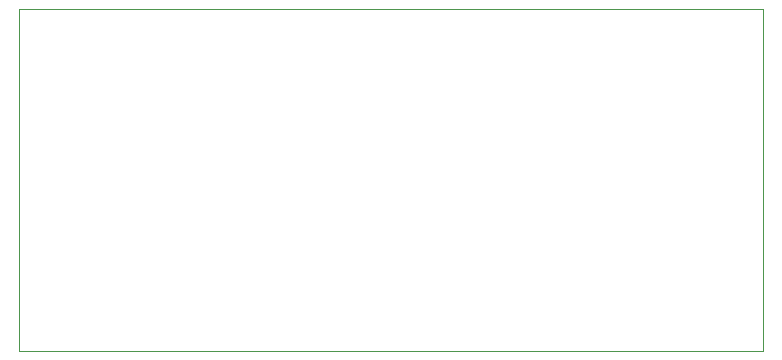
<source format=gbr>
%TF.GenerationSoftware,KiCad,Pcbnew,8.0.6*%
%TF.CreationDate,2025-03-30T17:41:47+02:00*%
%TF.ProjectId,vmc,766d632e-6b69-4636-9164-5f7063625858,rev?*%
%TF.SameCoordinates,Original*%
%TF.FileFunction,Profile,NP*%
%FSLAX46Y46*%
G04 Gerber Fmt 4.6, Leading zero omitted, Abs format (unit mm)*
G04 Created by KiCad (PCBNEW 8.0.6) date 2025-03-30 17:41:47*
%MOMM*%
%LPD*%
G01*
G04 APERTURE LIST*
%TA.AperFunction,Profile*%
%ADD10C,0.050000*%
%TD*%
G04 APERTURE END LIST*
D10*
X100000000Y-50000000D02*
X163000000Y-50000000D01*
X163000000Y-79000000D01*
X100000000Y-79000000D01*
X100000000Y-50000000D01*
M02*

</source>
